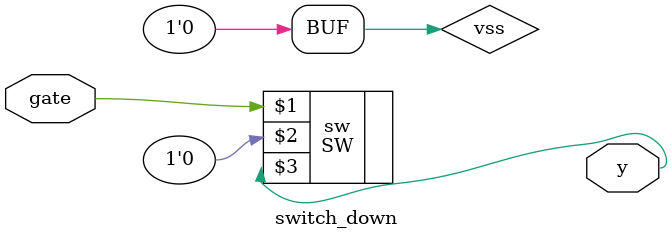
<source format=v>


module pull_up(output y);
wire vcc = 1;
RES res (vcc, y);
endmodule

// -------------------------------------------------------

module switch_up(input gate, output y);
wire vcc = 1;
SW sw (gate, vcc, y);
endmodule

// -------------------------------------------------------

module switch_down(input gate, output y);
wire vss = 0;
SW sw (gate, vss, y);
endmodule

// -------------------------------------------------------


</source>
